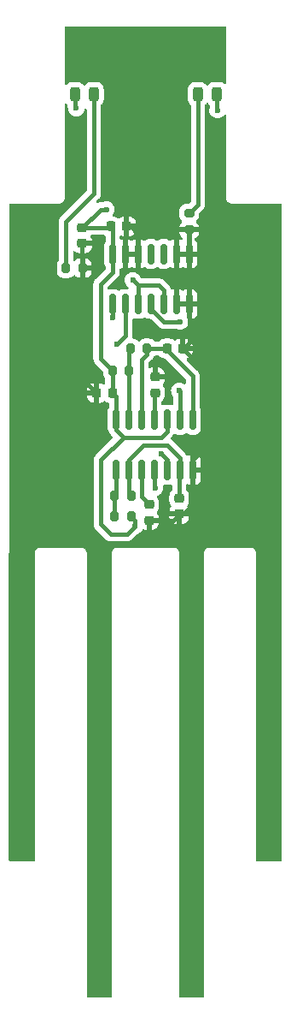
<source format=gbr>
%TF.GenerationSoftware,KiCad,Pcbnew,7.0.11*%
%TF.CreationDate,2025-02-10T21:59:36-08:00*%
%TF.ProjectId,enderman,656e6465-726d-4616-9e2e-6b696361645f,rev?*%
%TF.SameCoordinates,PX6ed1240PY84f1340*%
%TF.FileFunction,Copper,L1,Top*%
%TF.FilePolarity,Positive*%
%FSLAX46Y46*%
G04 Gerber Fmt 4.6, Leading zero omitted, Abs format (unit mm)*
G04 Created by KiCad (PCBNEW 7.0.11) date 2025-02-10 21:59:36*
%MOMM*%
%LPD*%
G01*
G04 APERTURE LIST*
G04 Aperture macros list*
%AMRoundRect*
0 Rectangle with rounded corners*
0 $1 Rounding radius*
0 $2 $3 $4 $5 $6 $7 $8 $9 X,Y pos of 4 corners*
0 Add a 4 corners polygon primitive as box body*
4,1,4,$2,$3,$4,$5,$6,$7,$8,$9,$2,$3,0*
0 Add four circle primitives for the rounded corners*
1,1,$1+$1,$2,$3*
1,1,$1+$1,$4,$5*
1,1,$1+$1,$6,$7*
1,1,$1+$1,$8,$9*
0 Add four rect primitives between the rounded corners*
20,1,$1+$1,$2,$3,$4,$5,0*
20,1,$1+$1,$4,$5,$6,$7,0*
20,1,$1+$1,$6,$7,$8,$9,0*
20,1,$1+$1,$8,$9,$2,$3,0*%
G04 Aperture macros list end*
%TA.AperFunction,SMDPad,CuDef*%
%ADD10RoundRect,0.243750X0.243750X0.456250X-0.243750X0.456250X-0.243750X-0.456250X0.243750X-0.456250X0*%
%TD*%
%TA.AperFunction,SMDPad,CuDef*%
%ADD11RoundRect,0.243750X-0.243750X-0.456250X0.243750X-0.456250X0.243750X0.456250X-0.243750X0.456250X0*%
%TD*%
%TA.AperFunction,SMDPad,CuDef*%
%ADD12RoundRect,0.225000X0.225000X0.250000X-0.225000X0.250000X-0.225000X-0.250000X0.225000X-0.250000X0*%
%TD*%
%TA.AperFunction,SMDPad,CuDef*%
%ADD13RoundRect,0.225000X0.250000X-0.225000X0.250000X0.225000X-0.250000X0.225000X-0.250000X-0.225000X0*%
%TD*%
%TA.AperFunction,SMDPad,CuDef*%
%ADD14RoundRect,0.225000X-0.250000X0.225000X-0.250000X-0.225000X0.250000X-0.225000X0.250000X0.225000X0*%
%TD*%
%TA.AperFunction,SMDPad,CuDef*%
%ADD15RoundRect,0.200000X-0.200000X-0.275000X0.200000X-0.275000X0.200000X0.275000X-0.200000X0.275000X0*%
%TD*%
%TA.AperFunction,SMDPad,CuDef*%
%ADD16RoundRect,0.200000X0.200000X0.275000X-0.200000X0.275000X-0.200000X-0.275000X0.200000X-0.275000X0*%
%TD*%
%TA.AperFunction,SMDPad,CuDef*%
%ADD17RoundRect,0.150000X0.150000X-0.825000X0.150000X0.825000X-0.150000X0.825000X-0.150000X-0.825000X0*%
%TD*%
%TA.AperFunction,SMDPad,CuDef*%
%ADD18RoundRect,0.200000X-0.275000X0.200000X-0.275000X-0.200000X0.275000X-0.200000X0.275000X0.200000X0*%
%TD*%
%TA.AperFunction,SMDPad,CuDef*%
%ADD19RoundRect,0.225000X-0.225000X-0.250000X0.225000X-0.250000X0.225000X0.250000X-0.225000X0.250000X0*%
%TD*%
%TA.AperFunction,ViaPad*%
%ADD20C,0.600000*%
%TD*%
%TA.AperFunction,Conductor*%
%ADD21C,0.400000*%
%TD*%
G04 APERTURE END LIST*
D10*
%TO.P,D2,1,K*%
%TO.N,Net-(D2-K)*%
X29537500Y92200000D03*
%TO.P,D2,2,A*%
%TO.N,Net-(D2-A)*%
X27662500Y92200000D03*
%TD*%
D11*
%TO.P,D1,1,K*%
%TO.N,Net-(D1-K)*%
X15462500Y92200000D03*
%TO.P,D1,2,A*%
%TO.N,Net-(D1-A)*%
X17337500Y92200000D03*
%TD*%
D12*
%TO.P,C7,1*%
%TO.N,GND*%
X20595000Y79117500D03*
%TO.P,C7,2*%
%TO.N,+6V*%
X19045000Y79117500D03*
%TD*%
D13*
%TO.P,C3,1*%
%TO.N,Net-(U2B-CV)*%
X23410000Y62667500D03*
%TO.P,C3,2*%
%TO.N,GND*%
X23410000Y64217500D03*
%TD*%
D14*
%TO.P,C5,1*%
%TO.N,Net-(U2A-THR)*%
X25810000Y52217500D03*
%TO.P,C5,2*%
%TO.N,GND*%
X25810000Y50667500D03*
%TD*%
D15*
%TO.P,R2,1*%
%TO.N,+6V*%
X19185000Y64842500D03*
%TO.P,R2,2*%
%TO.N,Net-(U2B-DIS)*%
X20835000Y64842500D03*
%TD*%
D14*
%TO.P,C4,1*%
%TO.N,Net-(U2A-CV)*%
X22810000Y51617500D03*
%TO.P,C4,2*%
%TO.N,GND*%
X22810000Y50067500D03*
%TD*%
D15*
%TO.P,R4,1*%
%TO.N,Net-(U2A-DIS)*%
X19385000Y52442500D03*
%TO.P,R4,2*%
%TO.N,Net-(U2A-THR)*%
X21035000Y52442500D03*
%TD*%
D16*
%TO.P,R3,1*%
%TO.N,+6V*%
X21035000Y50442500D03*
%TO.P,R3,2*%
%TO.N,Net-(U2A-DIS)*%
X19385000Y50442500D03*
%TD*%
D14*
%TO.P,C1,1*%
%TO.N,+6V*%
X16200000Y78975000D03*
%TO.P,C1,2*%
%TO.N,GND*%
X16200000Y77425000D03*
%TD*%
D15*
%TO.P,R1,1*%
%TO.N,Net-(U2B-DIS)*%
X20985000Y67042500D03*
%TO.P,R1,2*%
%TO.N,Net-(U2B-THR)*%
X22635000Y67042500D03*
%TD*%
D17*
%TO.P,U1,1*%
%TO.N,Net-(U2B-Q)*%
X19200000Y71442500D03*
%TO.P,U1,2*%
%TO.N,Net-(U2A-Q)*%
X20470000Y71442500D03*
%TO.P,U1,3*%
%TO.N,Net-(D1-K)*%
X21740000Y71442500D03*
%TO.P,U1,4*%
%TO.N,Net-(D2-K)*%
X23010000Y71442500D03*
%TO.P,U1,5*%
%TO.N,Net-(D1-K)*%
X24280000Y71442500D03*
%TO.P,U1,6*%
%TO.N,GND*%
X25550000Y71442500D03*
%TO.P,U1,7,Vss*%
X26820000Y71442500D03*
%TO.P,U1,8*%
X26820000Y76392500D03*
%TO.P,U1,9*%
X25550000Y76392500D03*
%TO.P,U1,10*%
%TO.N,unconnected-(U1-Pad10)*%
X24280000Y76392500D03*
%TO.P,U1,11*%
%TO.N,unconnected-(U1-Pad11)*%
X23010000Y76392500D03*
%TO.P,U1,12*%
%TO.N,GND*%
X21740000Y76392500D03*
%TO.P,U1,13*%
X20470000Y76392500D03*
%TO.P,U1,14,Vdd*%
%TO.N,+6V*%
X19200000Y76392500D03*
%TD*%
%TO.P,U2,1,DIS*%
%TO.N,Net-(U2A-DIS)*%
X19530000Y55042500D03*
%TO.P,U2,2,THR*%
%TO.N,Net-(U2A-THR)*%
X20800000Y55042500D03*
%TO.P,U2,3,CV*%
%TO.N,Net-(U2A-CV)*%
X22070000Y55042500D03*
%TO.P,U2,4,R*%
%TO.N,+6V*%
X23340000Y55042500D03*
%TO.P,U2,5,Q*%
%TO.N,Net-(U2A-Q)*%
X24610000Y55042500D03*
%TO.P,U2,6,TR*%
%TO.N,Net-(U2A-THR)*%
X25880000Y55042500D03*
%TO.P,U2,7,GND*%
%TO.N,GND*%
X27150000Y55042500D03*
%TO.P,U2,8,TR*%
%TO.N,Net-(U2B-THR)*%
X27150000Y59992500D03*
%TO.P,U2,9,Q*%
%TO.N,Net-(U2B-Q)*%
X25880000Y59992500D03*
%TO.P,U2,10,R*%
%TO.N,+6V*%
X24610000Y59992500D03*
%TO.P,U2,11,CV*%
%TO.N,Net-(U2B-CV)*%
X23340000Y59992500D03*
%TO.P,U2,12,THR*%
%TO.N,Net-(U2B-THR)*%
X22070000Y59992500D03*
%TO.P,U2,13,DIS*%
%TO.N,Net-(U2B-DIS)*%
X20800000Y59992500D03*
%TO.P,U2,14,VCC*%
%TO.N,+6V*%
X19530000Y59992500D03*
%TD*%
D15*
%TO.P,R5,1*%
%TO.N,Net-(D1-A)*%
X14575000Y75000000D03*
%TO.P,R5,2*%
%TO.N,GND*%
X16225000Y75000000D03*
%TD*%
D18*
%TO.P,R6,1*%
%TO.N,Net-(D2-A)*%
X26800000Y80425000D03*
%TO.P,R6,2*%
%TO.N,GND*%
X26800000Y78775000D03*
%TD*%
D19*
%TO.P,C6,1*%
%TO.N,GND*%
X17635000Y62642500D03*
%TO.P,C6,2*%
%TO.N,+6V*%
X19185000Y62642500D03*
%TD*%
%TO.P,C2,1*%
%TO.N,Net-(U2B-THR)*%
X24635000Y67042500D03*
%TO.P,C2,2*%
%TO.N,GND*%
X26185000Y67042500D03*
%TD*%
D20*
%TO.N,Net-(D2-K)*%
X29600000Y90600000D03*
%TO.N,Net-(D1-K)*%
X15600000Y90800000D03*
%TO.N,GND*%
X26400000Y48000000D03*
X25800000Y64200000D03*
X28410000Y64200000D03*
X22810000Y49010000D03*
X17600000Y61200000D03*
%TO.N,+6V*%
X21410000Y49467500D03*
X18600000Y80800000D03*
X23410000Y53267500D03*
%TO.N,Net-(D1-K)*%
X21200000Y73800000D03*
%TO.N,Net-(D2-K)*%
X25900000Y69700000D03*
%TO.N,Net-(U2B-Q)*%
X19210000Y70067500D03*
X25810000Y62867500D03*
%TO.N,Net-(U2A-Q)*%
X19610000Y67467500D03*
X24010000Y56667500D03*
%TD*%
D21*
%TO.N,Net-(D2-K)*%
X29537500Y90662500D02*
X29600000Y90600000D01*
X29537500Y92200000D02*
X29537500Y90662500D01*
%TO.N,Net-(D2-A)*%
X26800000Y80425000D02*
X27662500Y81287500D01*
X27662500Y81287500D02*
X27662500Y92200000D01*
%TO.N,Net-(D1-K)*%
X15462500Y92200000D02*
X15462500Y90937500D01*
X15462500Y90937500D02*
X15600000Y90800000D01*
%TO.N,Net-(D1-A)*%
X14575000Y75000000D02*
X14575000Y79600000D01*
X14575000Y79600000D02*
X17337500Y82362500D01*
X17337500Y82362500D02*
X17337500Y92200000D01*
%TO.N,GND*%
X28410000Y64817500D02*
X26185000Y67042500D01*
X17635000Y62642500D02*
X16200000Y64077500D01*
X27150000Y56007500D02*
X27150000Y55042500D01*
X25800000Y64200000D02*
X25782500Y64217500D01*
X16200000Y64077500D02*
X16200000Y77425000D01*
X25782500Y64217500D02*
X23410000Y64217500D01*
X22810000Y50067500D02*
X25210000Y50067500D01*
X28410000Y57267500D02*
X27150000Y56007500D01*
X17600000Y61200000D02*
X17600000Y62607500D01*
X22810000Y49010000D02*
X22810000Y50067500D01*
X25550000Y76392500D02*
X25550000Y71442500D01*
X28410000Y64200000D02*
X28410000Y57267500D01*
X25550000Y71442500D02*
X26820000Y71442500D01*
X21740000Y78337500D02*
X20960000Y79117500D01*
X22810000Y49010000D02*
X23820000Y48000000D01*
X20470000Y78992500D02*
X20595000Y79117500D01*
X26820000Y76392500D02*
X26820000Y71442500D01*
X17600000Y62607500D02*
X17635000Y62642500D01*
X20960000Y79117500D02*
X20595000Y79117500D01*
X25210000Y50067500D02*
X25810000Y50667500D01*
X25550000Y76392500D02*
X26820000Y76392500D01*
X26820000Y67677500D02*
X26185000Y67042500D01*
X25810000Y50667500D02*
X26210000Y50667500D01*
X20470000Y76392500D02*
X20470000Y78992500D01*
X28410000Y64200000D02*
X28410000Y64817500D01*
X26210000Y50667500D02*
X27150000Y51607500D01*
X21740000Y76392500D02*
X21740000Y78337500D01*
X27150000Y51607500D02*
X27150000Y55042500D01*
X26820000Y71442500D02*
X26820000Y67677500D01*
X23820000Y48000000D02*
X26400000Y48000000D01*
%TO.N,+6V*%
X24010000Y58267500D02*
X20280001Y58267500D01*
X21410000Y50067500D02*
X21035000Y50442500D01*
X23340000Y55042500D02*
X23340000Y53337500D01*
X21410000Y49467500D02*
X21410000Y50067500D01*
X19200000Y78962500D02*
X19045000Y79117500D01*
X18000000Y66027500D02*
X19185000Y64842500D01*
X19530000Y62297500D02*
X19185000Y62642500D01*
X19185000Y62642500D02*
X19185000Y64842500D01*
X20610000Y48667500D02*
X19010000Y48667500D01*
X18010000Y49667500D02*
X18010000Y55997499D01*
X19200000Y74600000D02*
X18000000Y73400000D01*
X18600000Y80800000D02*
X18000000Y80800000D01*
X24610000Y58867500D02*
X24010000Y58267500D01*
X18010000Y55997499D02*
X20280001Y58267500D01*
X19010000Y48667500D02*
X18010000Y49667500D01*
X19200000Y76392500D02*
X19200000Y74600000D01*
X23340000Y53337500D02*
X23410000Y53267500D01*
X20280001Y58267500D02*
X19530000Y59017501D01*
X18000000Y80800000D02*
X16200000Y79000000D01*
X21410000Y49467500D02*
X20610000Y48667500D01*
X19530000Y59992500D02*
X19530000Y62297500D01*
X19200000Y76392500D02*
X19200000Y78962500D01*
X19530000Y59017501D02*
X19530000Y59992500D01*
X18000000Y73400000D02*
X18000000Y66027500D01*
X18902500Y78975000D02*
X19045000Y79117500D01*
X16200000Y78975000D02*
X18902500Y78975000D01*
X24610000Y59992500D02*
X24610000Y58867500D01*
%TO.N,Net-(U2B-THR)*%
X24635000Y66842500D02*
X27150000Y64327500D01*
X24635000Y67042500D02*
X24635000Y66842500D01*
X22070000Y59992500D02*
X22070000Y65927500D01*
X27150000Y64327500D02*
X27150000Y59992500D01*
X22070000Y65927500D02*
X22635000Y66492500D01*
X22635000Y67042500D02*
X24635000Y67042500D01*
X22635000Y66492500D02*
X22635000Y67042500D01*
%TO.N,Net-(U2B-CV)*%
X23340000Y59992500D02*
X23340000Y62597500D01*
X23340000Y62597500D02*
X23410000Y62667500D01*
%TO.N,Net-(U2A-CV)*%
X22810000Y51617500D02*
X22070000Y52357500D01*
X22070000Y52357500D02*
X22070000Y55042500D01*
%TO.N,Net-(U2A-THR)*%
X25880000Y55042500D02*
X25880000Y56197500D01*
X22250001Y57467500D02*
X20800000Y56017499D01*
X25810000Y52217500D02*
X25810000Y54972500D01*
X20800000Y56017499D02*
X20800000Y55042500D01*
X20800000Y55042500D02*
X20800000Y52677500D01*
X24610000Y57467500D02*
X22250001Y57467500D01*
X25880000Y56197500D02*
X24610000Y57467500D01*
X25810000Y54972500D02*
X25880000Y55042500D01*
X20800000Y52677500D02*
X21035000Y52442500D01*
%TO.N,Net-(D1-K)*%
X23810000Y73267500D02*
X24280000Y72797500D01*
X21200000Y73800000D02*
X21732500Y73267500D01*
X24280000Y72797500D02*
X24280000Y71442500D01*
X21740000Y73260000D02*
X21732500Y73267500D01*
X21732500Y73267500D02*
X22210000Y73267500D01*
X22210000Y73267500D02*
X23810000Y73267500D01*
X21740000Y71442500D02*
X21740000Y73260000D01*
%TO.N,Net-(D2-K)*%
X24265526Y69700000D02*
X23010000Y70955526D01*
X25900000Y69700000D02*
X24265526Y69700000D01*
X23010000Y70955526D02*
X23010000Y71442500D01*
%TO.N,Net-(U2B-DIS)*%
X20800000Y64807500D02*
X20835000Y64842500D01*
X20835000Y66892500D02*
X20985000Y67042500D01*
X20800000Y59992500D02*
X20800000Y64807500D01*
X20835000Y64842500D02*
X20835000Y66892500D01*
%TO.N,Net-(U2A-DIS)*%
X19530000Y55042500D02*
X19530000Y52587500D01*
X19385000Y52442500D02*
X19385000Y50442500D01*
X19530000Y52587500D02*
X19385000Y52442500D01*
%TO.N,Net-(U2B-Q)*%
X19200000Y71442500D02*
X19200000Y70077500D01*
X25880000Y62797500D02*
X25880000Y59992500D01*
X25810000Y62867500D02*
X25880000Y62797500D01*
X19200000Y70077500D02*
X19210000Y70067500D01*
%TO.N,Net-(U2A-Q)*%
X24610000Y56067500D02*
X24010000Y56667500D01*
X20470000Y71442500D02*
X20470000Y68327500D01*
X20470000Y68327500D02*
X19610000Y67467500D01*
X24610000Y55042500D02*
X24610000Y56067500D01*
%TD*%
%TA.AperFunction,Conductor*%
%TO.N,GND*%
G36*
X30432770Y98872003D02*
G01*
X30478525Y98819199D01*
X30489731Y98767688D01*
X30489731Y93299660D01*
X30470046Y93232621D01*
X30417242Y93186866D01*
X30348084Y93176922D01*
X30284528Y93205947D01*
X30278050Y93211979D01*
X30246003Y93244026D01*
X30245999Y93244029D01*
X30097933Y93335358D01*
X30097927Y93335361D01*
X30097925Y93335362D01*
X30097922Y93335363D01*
X29932776Y93390087D01*
X29830855Y93400500D01*
X29830848Y93400500D01*
X29244152Y93400500D01*
X29244144Y93400500D01*
X29142223Y93390087D01*
X28977077Y93335363D01*
X28977066Y93335358D01*
X28829000Y93244029D01*
X28828996Y93244026D01*
X28705974Y93121004D01*
X28705971Y93121000D01*
X28705538Y93120297D01*
X28705114Y93119917D01*
X28701493Y93115336D01*
X28700710Y93115955D01*
X28653590Y93073572D01*
X28584628Y93062351D01*
X28520546Y93090194D01*
X28498657Y93115456D01*
X28498507Y93115336D01*
X28495859Y93118685D01*
X28494462Y93120297D01*
X28494028Y93121000D01*
X28494025Y93121004D01*
X28371003Y93244026D01*
X28370999Y93244029D01*
X28222933Y93335358D01*
X28222927Y93335361D01*
X28222925Y93335362D01*
X28222922Y93335363D01*
X28057776Y93390087D01*
X27955855Y93400500D01*
X27955848Y93400500D01*
X27369152Y93400500D01*
X27369144Y93400500D01*
X27267223Y93390087D01*
X27102077Y93335363D01*
X27102066Y93335358D01*
X26954000Y93244029D01*
X26953996Y93244026D01*
X26830974Y93121004D01*
X26830971Y93121000D01*
X26739642Y92972934D01*
X26739637Y92972923D01*
X26684913Y92807777D01*
X26674500Y92705856D01*
X26674500Y91694145D01*
X26684913Y91592224D01*
X26739637Y91427078D01*
X26739642Y91427067D01*
X26830971Y91279001D01*
X26830974Y91278997D01*
X26925681Y91184290D01*
X26959166Y91122967D01*
X26962000Y91096609D01*
X26962000Y81629019D01*
X26942315Y81561980D01*
X26925681Y81541338D01*
X26746162Y81361819D01*
X26684839Y81328334D01*
X26658481Y81325500D01*
X26468384Y81325500D01*
X26449145Y81323752D01*
X26397807Y81319087D01*
X26235393Y81268478D01*
X26089811Y81180470D01*
X25969530Y81060189D01*
X25881522Y80914607D01*
X25830913Y80752193D01*
X25824500Y80681614D01*
X25824500Y80168387D01*
X25830913Y80097808D01*
X25830913Y80097806D01*
X25830914Y80097804D01*
X25872277Y79965062D01*
X25881522Y79935394D01*
X25969530Y79789812D01*
X26072015Y79687327D01*
X26105500Y79626004D01*
X26100516Y79556312D01*
X26072015Y79511965D01*
X25969928Y79409879D01*
X25969927Y79409878D01*
X25881980Y79264396D01*
X25831409Y79102107D01*
X25825000Y79031573D01*
X25825000Y79025000D01*
X27774999Y79025000D01*
X27774999Y79031583D01*
X27768591Y79102103D01*
X27768590Y79102108D01*
X27718018Y79264397D01*
X27630072Y79409878D01*
X27527984Y79511966D01*
X27494499Y79573289D01*
X27499483Y79642981D01*
X27527983Y79687327D01*
X27630472Y79789815D01*
X27718478Y79935394D01*
X27769086Y80097804D01*
X27775500Y80168384D01*
X27775500Y80358482D01*
X27795185Y80425521D01*
X27811815Y80446159D01*
X28140231Y80774576D01*
X28145651Y80779678D01*
X28190683Y80819571D01*
X28224866Y80869096D01*
X28229275Y80875087D01*
X28266378Y80922443D01*
X28270537Y80931685D01*
X28281562Y80951232D01*
X28287318Y80959570D01*
X28294782Y80979250D01*
X28308646Y81015810D01*
X28311502Y81022709D01*
X28336194Y81077568D01*
X28338020Y81087535D01*
X28344048Y81109160D01*
X28347640Y81118628D01*
X28354889Y81178331D01*
X28356016Y81185738D01*
X28366857Y81244894D01*
X28363226Y81304923D01*
X28363000Y81312410D01*
X28363000Y91096609D01*
X28382685Y91163648D01*
X28399319Y91184290D01*
X28494026Y91278997D01*
X28494458Y91279699D01*
X28494881Y91280079D01*
X28498507Y91284664D01*
X28499290Y91284045D01*
X28546402Y91326425D01*
X28615364Y91337651D01*
X28679448Y91309812D01*
X28701342Y91284545D01*
X28701493Y91284664D01*
X28704143Y91281313D01*
X28705540Y91279701D01*
X28705972Y91279001D01*
X28705975Y91278996D01*
X28800681Y91184290D01*
X28834166Y91122967D01*
X28837000Y91096609D01*
X28837000Y90864249D01*
X28830042Y90823295D01*
X28814631Y90779253D01*
X28794435Y90600004D01*
X28794435Y90599997D01*
X28814630Y90420751D01*
X28814631Y90420746D01*
X28874211Y90250477D01*
X28958003Y90117124D01*
X28970184Y90097738D01*
X29097738Y89970184D01*
X29250478Y89874211D01*
X29420745Y89814632D01*
X29420750Y89814631D01*
X29599996Y89794435D01*
X29600000Y89794435D01*
X29600004Y89794435D01*
X29779249Y89814631D01*
X29779252Y89814632D01*
X29779255Y89814632D01*
X29949522Y89874211D01*
X30102262Y89970184D01*
X30229816Y90097738D01*
X30260737Y90146950D01*
X30313072Y90193240D01*
X30382125Y90203888D01*
X30445974Y90175513D01*
X30484346Y90117124D01*
X30489731Y90080977D01*
X30489731Y81820225D01*
X30497421Y81794034D01*
X30501178Y81776765D01*
X30505066Y81749731D01*
X30516400Y81724912D01*
X30516404Y81724905D01*
X30522586Y81708330D01*
X30530277Y81682137D01*
X30530278Y81682135D01*
X30545037Y81659169D01*
X30553513Y81643647D01*
X30564854Y81618815D01*
X30576335Y81605565D01*
X30582727Y81598188D01*
X30593326Y81584028D01*
X30608084Y81561065D01*
X30608088Y81561060D01*
X30628719Y81543182D01*
X30641223Y81530678D01*
X30659101Y81510047D01*
X30659103Y81510045D01*
X30682075Y81495283D01*
X30696227Y81484688D01*
X30716858Y81466811D01*
X30740130Y81456183D01*
X30741682Y81455474D01*
X30757209Y81446996D01*
X30780178Y81432235D01*
X30806367Y81424545D01*
X30822944Y81418362D01*
X30847769Y81407025D01*
X30847770Y81407025D01*
X30847774Y81407023D01*
X30874774Y81403141D01*
X30874795Y81403138D01*
X30892077Y81399379D01*
X30918270Y81391688D01*
X30954432Y81391688D01*
X35865731Y81391688D01*
X35932770Y81372003D01*
X35978525Y81319199D01*
X35989731Y81267688D01*
X35989731Y46857338D01*
X35994708Y46840388D01*
X35999731Y46805452D01*
X35999731Y16473724D01*
X35980046Y16406685D01*
X35927242Y16360930D01*
X35875731Y16349724D01*
X33544651Y16349724D01*
X33477612Y16369409D01*
X33431857Y16422213D01*
X33420651Y16473724D01*
X33420651Y46901649D01*
X33420650Y46901654D01*
X33412959Y46927846D01*
X33409201Y46945124D01*
X33405316Y46972142D01*
X33405316Y46972144D01*
X33405316Y46972145D01*
X33401832Y46979774D01*
X33393977Y46996975D01*
X33387794Y47013552D01*
X33380104Y47039740D01*
X33380104Y47039742D01*
X33365343Y47062710D01*
X33356865Y47078237D01*
X33356156Y47079789D01*
X33345528Y47103061D01*
X33327651Y47123692D01*
X33317054Y47137848D01*
X33302294Y47160816D01*
X33302293Y47160817D01*
X33281661Y47178696D01*
X33269157Y47191200D01*
X33251279Y47211831D01*
X33251274Y47211835D01*
X33228311Y47226593D01*
X33214151Y47237192D01*
X33207158Y47243251D01*
X33193524Y47255065D01*
X33168692Y47266406D01*
X33153170Y47274882D01*
X33153168Y47274883D01*
X33130204Y47289641D01*
X33130202Y47289642D01*
X33104009Y47297333D01*
X33087439Y47303514D01*
X33062608Y47314853D01*
X33035574Y47318741D01*
X33018305Y47322498D01*
X32992114Y47330188D01*
X32992112Y47330188D01*
X32955950Y47330188D01*
X28865160Y47330188D01*
X28721238Y47330188D01*
X28721235Y47330188D01*
X28721233Y47330187D01*
X28695041Y47322498D01*
X28677767Y47318740D01*
X28650743Y47314854D01*
X28650740Y47314853D01*
X28625909Y47303513D01*
X28609340Y47297333D01*
X28596370Y47293525D01*
X28583146Y47289641D01*
X28583144Y47289641D01*
X28583144Y47289640D01*
X28560181Y47274883D01*
X28544660Y47266408D01*
X28519827Y47255067D01*
X28519824Y47255065D01*
X28499199Y47237193D01*
X28485039Y47226593D01*
X28462075Y47211835D01*
X28462070Y47211831D01*
X28444192Y47191199D01*
X28431688Y47178695D01*
X28411056Y47160817D01*
X28411052Y47160812D01*
X28396294Y47137848D01*
X28385694Y47123688D01*
X28367822Y47103063D01*
X28367820Y47103060D01*
X28356479Y47078227D01*
X28348004Y47062706D01*
X28333247Y47039743D01*
X28325554Y47013547D01*
X28319374Y46996978D01*
X28308034Y46972147D01*
X28308033Y46972144D01*
X28304147Y46945120D01*
X28300389Y46927846D01*
X28292700Y46901654D01*
X28292699Y46901646D01*
X28292699Y2991294D01*
X28273014Y2924255D01*
X28220210Y2878500D01*
X28168699Y2867294D01*
X25917699Y2867294D01*
X25850660Y2886979D01*
X25804905Y2939783D01*
X25793699Y2991294D01*
X25793699Y46901649D01*
X25793698Y46901654D01*
X25786007Y46927846D01*
X25782249Y46945124D01*
X25778364Y46972142D01*
X25778364Y46972144D01*
X25778364Y46972145D01*
X25774880Y46979774D01*
X25767025Y46996975D01*
X25760842Y47013552D01*
X25753152Y47039740D01*
X25753152Y47039742D01*
X25738391Y47062710D01*
X25729913Y47078237D01*
X25729204Y47079789D01*
X25718576Y47103061D01*
X25700699Y47123692D01*
X25690102Y47137848D01*
X25675342Y47160816D01*
X25675341Y47160817D01*
X25654709Y47178696D01*
X25642205Y47191200D01*
X25624327Y47211831D01*
X25624322Y47211835D01*
X25601359Y47226593D01*
X25587199Y47237192D01*
X25580206Y47243251D01*
X25566572Y47255065D01*
X25541740Y47266406D01*
X25526218Y47274882D01*
X25526216Y47274883D01*
X25503252Y47289641D01*
X25503250Y47289642D01*
X25477057Y47297333D01*
X25460487Y47303514D01*
X25435656Y47314853D01*
X25408622Y47318741D01*
X25391353Y47322498D01*
X25365162Y47330188D01*
X25365160Y47330188D01*
X25328998Y47330188D01*
X19699144Y47330188D01*
X19555222Y47330188D01*
X19555219Y47330188D01*
X19555217Y47330187D01*
X19529025Y47322498D01*
X19511751Y47318740D01*
X19484727Y47314854D01*
X19484724Y47314853D01*
X19459893Y47303513D01*
X19443324Y47297333D01*
X19430354Y47293525D01*
X19417130Y47289641D01*
X19417128Y47289641D01*
X19417128Y47289640D01*
X19394165Y47274883D01*
X19378644Y47266408D01*
X19353811Y47255067D01*
X19353808Y47255065D01*
X19333183Y47237193D01*
X19319023Y47226593D01*
X19296059Y47211835D01*
X19296054Y47211831D01*
X19278176Y47191199D01*
X19265672Y47178695D01*
X19245040Y47160817D01*
X19245036Y47160812D01*
X19230278Y47137848D01*
X19219678Y47123688D01*
X19201806Y47103063D01*
X19201804Y47103060D01*
X19190463Y47078227D01*
X19181988Y47062706D01*
X19167231Y47039743D01*
X19159538Y47013547D01*
X19153358Y46996978D01*
X19142018Y46972147D01*
X19142017Y46972144D01*
X19138131Y46945120D01*
X19134373Y46927846D01*
X19126684Y46901654D01*
X19126683Y46901646D01*
X19126683Y2977624D01*
X19106998Y2910585D01*
X19054194Y2864830D01*
X19002683Y2853624D01*
X16751683Y2853624D01*
X16684644Y2873309D01*
X16638889Y2926113D01*
X16627683Y2977624D01*
X16627683Y46901649D01*
X16627682Y46901654D01*
X16619991Y46927846D01*
X16616233Y46945124D01*
X16612348Y46972142D01*
X16612348Y46972144D01*
X16612348Y46972145D01*
X16608864Y46979774D01*
X16601009Y46996975D01*
X16594826Y47013552D01*
X16587136Y47039740D01*
X16587136Y47039742D01*
X16572375Y47062710D01*
X16563897Y47078237D01*
X16563188Y47079789D01*
X16552560Y47103061D01*
X16534683Y47123692D01*
X16524086Y47137848D01*
X16509326Y47160816D01*
X16509325Y47160817D01*
X16488693Y47178696D01*
X16476189Y47191200D01*
X16458311Y47211831D01*
X16458306Y47211835D01*
X16435343Y47226593D01*
X16421183Y47237192D01*
X16414190Y47243251D01*
X16400556Y47255065D01*
X16375724Y47266406D01*
X16360202Y47274882D01*
X16360200Y47274883D01*
X16337236Y47289641D01*
X16337234Y47289642D01*
X16311041Y47297333D01*
X16294471Y47303514D01*
X16269640Y47314853D01*
X16242606Y47318741D01*
X16225337Y47322498D01*
X16199146Y47330188D01*
X16199144Y47330188D01*
X16162982Y47330188D01*
X12071961Y47330188D01*
X11928039Y47330188D01*
X11928036Y47330188D01*
X11928034Y47330187D01*
X11901842Y47322498D01*
X11884568Y47318740D01*
X11857544Y47314854D01*
X11857541Y47314853D01*
X11832710Y47303513D01*
X11816141Y47297333D01*
X11803171Y47293525D01*
X11789947Y47289641D01*
X11789945Y47289641D01*
X11789945Y47289640D01*
X11766982Y47274883D01*
X11751461Y47266408D01*
X11726628Y47255067D01*
X11726625Y47255065D01*
X11706000Y47237193D01*
X11691840Y47226593D01*
X11668876Y47211835D01*
X11668871Y47211831D01*
X11650993Y47191199D01*
X11638489Y47178695D01*
X11617857Y47160817D01*
X11617853Y47160812D01*
X11603095Y47137848D01*
X11592495Y47123688D01*
X11574623Y47103063D01*
X11574621Y47103060D01*
X11563280Y47078227D01*
X11554805Y47062706D01*
X11540048Y47039743D01*
X11532355Y47013547D01*
X11526175Y46996978D01*
X11514835Y46972147D01*
X11514834Y46972144D01*
X11510948Y46945120D01*
X11507190Y46927846D01*
X11499501Y46901654D01*
X11499500Y46901646D01*
X11499500Y16450284D01*
X11479815Y16383245D01*
X11427011Y16337490D01*
X11375500Y16326284D01*
X9044422Y16326284D01*
X8977383Y16345969D01*
X8931628Y16398773D01*
X8920422Y16450284D01*
X8920422Y46784648D01*
X8925445Y46819584D01*
X8926531Y46823280D01*
X8930222Y46835852D01*
X8930222Y46979774D01*
X8930222Y62392500D01*
X16685001Y62392500D01*
X16685001Y62344178D01*
X16695144Y62244893D01*
X16748452Y62084019D01*
X16748457Y62084008D01*
X16837424Y61939772D01*
X16837427Y61939768D01*
X16957267Y61819928D01*
X16957271Y61819925D01*
X17101507Y61730958D01*
X17101518Y61730953D01*
X17262393Y61677645D01*
X17361683Y61667501D01*
X17385000Y61667502D01*
X17385000Y62392500D01*
X16685001Y62392500D01*
X8930222Y62392500D01*
X8930222Y62892500D01*
X16685000Y62892500D01*
X17385000Y62892500D01*
X17385000Y63617501D01*
X17361693Y63617500D01*
X17361674Y63617499D01*
X17262392Y63607356D01*
X17101518Y63554048D01*
X17101507Y63554043D01*
X16957271Y63465076D01*
X16957267Y63465073D01*
X16837427Y63345233D01*
X16837424Y63345229D01*
X16748457Y63200993D01*
X16748452Y63200982D01*
X16695144Y63040107D01*
X16685000Y62940823D01*
X16685000Y62892500D01*
X8930222Y62892500D01*
X8930222Y81267688D01*
X8949907Y81334727D01*
X9002711Y81380482D01*
X9054222Y81391688D01*
X13999730Y81391688D01*
X13999731Y81391688D01*
X14025928Y81399381D01*
X14043193Y81403137D01*
X14070226Y81407023D01*
X14095056Y81418364D01*
X14111624Y81424544D01*
X14137823Y81432235D01*
X14160793Y81446998D01*
X14176304Y81455469D01*
X14201142Y81466811D01*
X14221772Y81484688D01*
X14235923Y81495282D01*
X14258898Y81510046D01*
X14276775Y81530678D01*
X14289281Y81543185D01*
X14309912Y81561060D01*
X14324676Y81584035D01*
X14335262Y81598177D01*
X14353147Y81618816D01*
X14364486Y81643645D01*
X14372967Y81659177D01*
X14376793Y81665130D01*
X14387722Y81682135D01*
X14395413Y81708332D01*
X14401594Y81724903D01*
X14412934Y81749732D01*
X14416820Y81776765D01*
X14420577Y81794034D01*
X14428269Y81820227D01*
X14428269Y81964149D01*
X14428269Y81988586D01*
X14428267Y81988707D01*
X14428250Y91182361D01*
X14447934Y91249398D01*
X14500738Y91295153D01*
X14569897Y91305097D01*
X14633453Y91276072D01*
X14639931Y91270040D01*
X14725681Y91184290D01*
X14759166Y91122967D01*
X14762000Y91096609D01*
X14762000Y90962422D01*
X14761774Y90954934D01*
X14758142Y90894897D01*
X14758142Y90894895D01*
X14768983Y90835730D01*
X14770110Y90828329D01*
X14777359Y90768629D01*
X14777360Y90768626D01*
X14780951Y90759157D01*
X14786974Y90737554D01*
X14788804Y90727571D01*
X14788804Y90727570D01*
X14788805Y90727568D01*
X14799231Y90704402D01*
X14809375Y90667396D01*
X14814630Y90620751D01*
X14874210Y90450479D01*
X14970184Y90297738D01*
X15097738Y90170184D01*
X15250478Y90074211D01*
X15420745Y90014632D01*
X15420750Y90014631D01*
X15599996Y89994435D01*
X15600000Y89994435D01*
X15600004Y89994435D01*
X15779249Y90014631D01*
X15779252Y90014632D01*
X15779255Y90014632D01*
X15949522Y90074211D01*
X16102262Y90170184D01*
X16229816Y90297738D01*
X16325789Y90450478D01*
X16385368Y90620745D01*
X16385369Y90620751D01*
X16389780Y90659898D01*
X16416846Y90724312D01*
X16474441Y90763867D01*
X16544278Y90766005D01*
X16604184Y90730047D01*
X16635140Y90667409D01*
X16637000Y90646015D01*
X16637000Y82704020D01*
X16617315Y82636981D01*
X16600681Y82616339D01*
X14097290Y80112949D01*
X14091838Y80107817D01*
X14046819Y80067932D01*
X14012649Y80018431D01*
X14008213Y80012403D01*
X13971124Y79965062D01*
X13971119Y79965052D01*
X13966960Y79955812D01*
X13955942Y79936277D01*
X13950187Y79927939D01*
X13950179Y79927924D01*
X13928853Y79871695D01*
X13925989Y79864780D01*
X13901305Y79809932D01*
X13899477Y79799958D01*
X13893453Y79778347D01*
X13889860Y79768873D01*
X13889860Y79768872D01*
X13882610Y79709173D01*
X13881483Y79701773D01*
X13870642Y79642611D01*
X13870642Y79642605D01*
X13874274Y79582568D01*
X13874500Y79575080D01*
X13874500Y75816520D01*
X13854815Y75749481D01*
X13838181Y75728839D01*
X13819531Y75710190D01*
X13819530Y75710189D01*
X13731522Y75564607D01*
X13680913Y75402193D01*
X13674500Y75331614D01*
X13674500Y74668387D01*
X13680913Y74597808D01*
X13680913Y74597806D01*
X13680914Y74597804D01*
X13731522Y74435394D01*
X13813058Y74300517D01*
X13819530Y74289812D01*
X13939811Y74169531D01*
X13939813Y74169530D01*
X13939815Y74169528D01*
X14085394Y74081522D01*
X14247804Y74030914D01*
X14318384Y74024500D01*
X14318387Y74024500D01*
X14831613Y74024500D01*
X14831616Y74024500D01*
X14902196Y74030914D01*
X15064606Y74081522D01*
X15210185Y74169528D01*
X15312673Y74272017D01*
X15373994Y74305501D01*
X15443685Y74300517D01*
X15488034Y74272016D01*
X15590122Y74169928D01*
X15735604Y74081981D01*
X15735603Y74081981D01*
X15897894Y74031410D01*
X15897893Y74031410D01*
X15968408Y74025002D01*
X15968426Y74025001D01*
X15974999Y74025002D01*
X15975000Y74025002D01*
X15975000Y74750000D01*
X16475000Y74750000D01*
X16475000Y74025001D01*
X16481581Y74025001D01*
X16552102Y74031409D01*
X16552107Y74031410D01*
X16714396Y74081982D01*
X16859877Y74169928D01*
X16980072Y74290123D01*
X17068019Y74435605D01*
X17118590Y74597894D01*
X17125000Y74668428D01*
X17125000Y74750000D01*
X16475000Y74750000D01*
X15975000Y74750000D01*
X15975000Y75975000D01*
X16475000Y75975000D01*
X16475000Y75250000D01*
X17124999Y75250000D01*
X17124999Y75331583D01*
X17118591Y75402103D01*
X17118590Y75402108D01*
X17068018Y75564397D01*
X16980072Y75709878D01*
X16859877Y75830073D01*
X16714395Y75918020D01*
X16714396Y75918020D01*
X16552105Y75968591D01*
X16552106Y75968591D01*
X16481572Y75975000D01*
X16475000Y75975000D01*
X15975000Y75975000D01*
X15974999Y75975001D01*
X15968436Y75975000D01*
X15968417Y75974999D01*
X15897897Y75968592D01*
X15897892Y75968591D01*
X15735603Y75918019D01*
X15590124Y75830074D01*
X15488034Y75727984D01*
X15426711Y75694500D01*
X15357019Y75699484D01*
X15312622Y75728035D01*
X15311767Y75728890D01*
X15278318Y75790233D01*
X15275500Y75816520D01*
X15275500Y76549833D01*
X15295185Y76616872D01*
X15347989Y76662627D01*
X15417147Y76672571D01*
X15480703Y76643546D01*
X15487181Y76637514D01*
X15497267Y76627428D01*
X15497271Y76627425D01*
X15641507Y76538458D01*
X15641518Y76538453D01*
X15802393Y76485145D01*
X15901683Y76475001D01*
X15949999Y76475002D01*
X15950000Y76475002D01*
X15950000Y77175000D01*
X16450000Y77175000D01*
X16450000Y76475001D01*
X16498308Y76475001D01*
X16498322Y76475002D01*
X16597607Y76485145D01*
X16758481Y76538453D01*
X16758492Y76538458D01*
X16902728Y76627425D01*
X16902732Y76627428D01*
X17022572Y76747268D01*
X17022575Y76747272D01*
X17111542Y76891508D01*
X17111547Y76891519D01*
X17164855Y77052394D01*
X17174999Y77151678D01*
X17175000Y77151691D01*
X17175000Y77175000D01*
X16450000Y77175000D01*
X15950000Y77175000D01*
X15950000Y77551000D01*
X15969685Y77618039D01*
X16022489Y77663794D01*
X16074000Y77675000D01*
X17174999Y77675000D01*
X17174999Y77698308D01*
X17174998Y77698323D01*
X17164855Y77797608D01*
X17111547Y77958482D01*
X17111542Y77958493D01*
X17033262Y78085403D01*
X17014821Y78152795D01*
X17035743Y78219458D01*
X17089385Y78264228D01*
X17138800Y78274500D01*
X18364266Y78274500D01*
X18429362Y78256039D01*
X18440596Y78249110D01*
X18487321Y78197163D01*
X18499500Y78143571D01*
X18499500Y77598470D01*
X18482232Y77535350D01*
X18448257Y77477901D01*
X18448254Y77477894D01*
X18402402Y77320074D01*
X18402401Y77320068D01*
X18399500Y77283202D01*
X18399500Y75501799D01*
X18402401Y75464933D01*
X18402402Y75464927D01*
X18448254Y75307107D01*
X18448255Y75307104D01*
X18482232Y75249652D01*
X18499500Y75186531D01*
X18499500Y74941520D01*
X18479815Y74874481D01*
X18463181Y74853839D01*
X17522290Y73912949D01*
X17516838Y73907817D01*
X17471819Y73867932D01*
X17437649Y73818431D01*
X17433213Y73812403D01*
X17396124Y73765062D01*
X17396119Y73765052D01*
X17391960Y73755812D01*
X17380942Y73736277D01*
X17375187Y73727939D01*
X17375179Y73727924D01*
X17353853Y73671695D01*
X17350989Y73664780D01*
X17326305Y73609932D01*
X17324477Y73599958D01*
X17318453Y73578347D01*
X17314860Y73568873D01*
X17314860Y73568872D01*
X17307610Y73509173D01*
X17306483Y73501773D01*
X17295642Y73442611D01*
X17295642Y73442605D01*
X17299274Y73382568D01*
X17299500Y73375080D01*
X17299500Y66052422D01*
X17299274Y66044934D01*
X17295642Y65984894D01*
X17296134Y65982209D01*
X17306483Y65925730D01*
X17307610Y65918329D01*
X17314859Y65858629D01*
X17314860Y65858626D01*
X17318451Y65849157D01*
X17324474Y65827554D01*
X17326304Y65817570D01*
X17350991Y65762718D01*
X17353854Y65755806D01*
X17375182Y65699570D01*
X17375183Y65699569D01*
X17380936Y65691234D01*
X17391961Y65671687D01*
X17396120Y65662445D01*
X17396124Y65662440D01*
X17433215Y65615097D01*
X17437655Y65609062D01*
X17471812Y65559576D01*
X17471816Y65559571D01*
X17516828Y65519695D01*
X17522283Y65514560D01*
X18248181Y64788662D01*
X18281666Y64727339D01*
X18284500Y64700981D01*
X18284500Y64510887D01*
X18290913Y64440308D01*
X18290913Y64440306D01*
X18290914Y64440304D01*
X18294354Y64429265D01*
X18341522Y64277894D01*
X18429530Y64132312D01*
X18448179Y64113664D01*
X18481666Y64052342D01*
X18484500Y64025981D01*
X18484500Y63581301D01*
X18464815Y63514262D01*
X18412011Y63468507D01*
X18342853Y63458563D01*
X18295403Y63475762D01*
X18168486Y63554046D01*
X18168481Y63554048D01*
X18007606Y63607356D01*
X17908322Y63617500D01*
X17885000Y63617500D01*
X17885000Y61667501D01*
X17908308Y61667501D01*
X17908322Y61667502D01*
X18007607Y61677645D01*
X18168481Y61730953D01*
X18168492Y61730958D01*
X18312731Y61819927D01*
X18321959Y61829155D01*
X18383279Y61862644D01*
X18452971Y61857665D01*
X18497327Y61829161D01*
X18506955Y61819533D01*
X18506959Y61819530D01*
X18651294Y61730502D01*
X18651297Y61730501D01*
X18651303Y61730497D01*
X18744505Y61699614D01*
X18801949Y61659842D01*
X18828772Y61595326D01*
X18829500Y61581908D01*
X18829500Y61198470D01*
X18812232Y61135350D01*
X18778257Y61077901D01*
X18778254Y61077894D01*
X18732402Y60920074D01*
X18732401Y60920068D01*
X18729500Y60883202D01*
X18729500Y59101799D01*
X18732401Y59064933D01*
X18732402Y59064927D01*
X18778254Y58907107D01*
X18778255Y58907104D01*
X18778256Y58907102D01*
X18861919Y58765635D01*
X18866317Y58761237D01*
X18894581Y58717523D01*
X18905179Y58689576D01*
X18905181Y58689573D01*
X18905182Y58689571D01*
X18909826Y58682844D01*
X18910936Y58681235D01*
X18921961Y58661688D01*
X18926120Y58652446D01*
X18926124Y58652441D01*
X18963215Y58605098D01*
X18967655Y58599063D01*
X19001812Y58549577D01*
X19001816Y58549572D01*
X19046828Y58509696D01*
X19052283Y58504561D01*
X19201662Y58355182D01*
X19235147Y58293859D01*
X19230163Y58224167D01*
X19201662Y58179820D01*
X17532290Y56510448D01*
X17526838Y56505316D01*
X17481819Y56465431D01*
X17447649Y56415930D01*
X17443213Y56409902D01*
X17406124Y56362561D01*
X17406119Y56362551D01*
X17401960Y56353311D01*
X17390942Y56333776D01*
X17385187Y56325438D01*
X17385179Y56325423D01*
X17363853Y56269194D01*
X17360989Y56262279D01*
X17336305Y56207431D01*
X17334477Y56197457D01*
X17328453Y56175846D01*
X17324860Y56166372D01*
X17324860Y56166371D01*
X17317610Y56106672D01*
X17316483Y56099272D01*
X17305642Y56040110D01*
X17305642Y56040104D01*
X17309274Y55980067D01*
X17309500Y55972579D01*
X17309500Y49692422D01*
X17309274Y49684934D01*
X17305642Y49624897D01*
X17305642Y49624895D01*
X17316483Y49565730D01*
X17317610Y49558329D01*
X17324859Y49498629D01*
X17324860Y49498626D01*
X17328451Y49489157D01*
X17334474Y49467554D01*
X17336304Y49457570D01*
X17336305Y49457568D01*
X17343167Y49442320D01*
X17360991Y49402718D01*
X17363854Y49395806D01*
X17385182Y49339570D01*
X17385183Y49339569D01*
X17390936Y49331234D01*
X17401961Y49311687D01*
X17406120Y49302445D01*
X17406124Y49302440D01*
X17443215Y49255097D01*
X17447655Y49249062D01*
X17481812Y49199576D01*
X17481816Y49199571D01*
X17526828Y49159695D01*
X17532283Y49154560D01*
X18497051Y48189793D01*
X18502171Y48184355D01*
X18542069Y48139319D01*
X18542071Y48139317D01*
X18591574Y48105148D01*
X18597603Y48100712D01*
X18644944Y48063622D01*
X18644946Y48063621D01*
X18644949Y48063619D01*
X18654177Y48059466D01*
X18673731Y48048438D01*
X18682070Y48042682D01*
X18738331Y48021346D01*
X18745208Y48018497D01*
X18766563Y48008885D01*
X18800063Y47993807D01*
X18800066Y47993807D01*
X18800069Y47993805D01*
X18810034Y47991979D01*
X18831656Y47985952D01*
X18831667Y47985948D01*
X18841128Y47982360D01*
X18898689Y47975372D01*
X18900815Y47975113D01*
X18908222Y47973986D01*
X18967394Y47963142D01*
X19027433Y47966775D01*
X19034921Y47967000D01*
X20585079Y47967000D01*
X20592566Y47966775D01*
X20652606Y47963142D01*
X20711782Y47973987D01*
X20719185Y47975113D01*
X20722921Y47975567D01*
X20778872Y47982360D01*
X20788335Y47985950D01*
X20809961Y47991978D01*
X20810893Y47992149D01*
X20819932Y47993805D01*
X20874808Y48018504D01*
X20881678Y48021350D01*
X20937930Y48042682D01*
X20946266Y48048438D01*
X20965821Y48059466D01*
X20975057Y48063622D01*
X21022413Y48100725D01*
X21028404Y48105134D01*
X21077929Y48139317D01*
X21117822Y48184349D01*
X21122924Y48189769D01*
X21609290Y48676135D01*
X21656013Y48705493D01*
X21759522Y48741711D01*
X21912262Y48837684D01*
X22039816Y48965238D01*
X22135789Y49117978D01*
X22135790Y49117982D01*
X22136762Y49119528D01*
X22189096Y49165820D01*
X22258150Y49176469D01*
X22280760Y49171263D01*
X22412393Y49127645D01*
X22511683Y49117501D01*
X22559999Y49117502D01*
X22560000Y49117502D01*
X22560000Y49817500D01*
X23060000Y49817500D01*
X23060000Y49117501D01*
X23108308Y49117501D01*
X23108322Y49117502D01*
X23207607Y49127645D01*
X23368481Y49180953D01*
X23368492Y49180958D01*
X23512728Y49269925D01*
X23512732Y49269928D01*
X23632572Y49389768D01*
X23632575Y49389772D01*
X23721542Y49534008D01*
X23721547Y49534019D01*
X23774855Y49694894D01*
X23784999Y49794178D01*
X23785000Y49794191D01*
X23785000Y49817500D01*
X23060000Y49817500D01*
X22560000Y49817500D01*
X22560000Y50193500D01*
X22579685Y50260539D01*
X22632489Y50306294D01*
X22684000Y50317500D01*
X23784999Y50317500D01*
X23784999Y50340808D01*
X23784998Y50340823D01*
X23777165Y50417500D01*
X24835001Y50417500D01*
X24835001Y50394178D01*
X24845144Y50294893D01*
X24898452Y50134019D01*
X24898457Y50134008D01*
X24987424Y49989772D01*
X24987427Y49989768D01*
X25107267Y49869928D01*
X25107271Y49869925D01*
X25251507Y49780958D01*
X25251518Y49780953D01*
X25412393Y49727645D01*
X25511683Y49717501D01*
X25559999Y49717502D01*
X25560000Y49717502D01*
X25560000Y50417500D01*
X26060000Y50417500D01*
X26060000Y49717501D01*
X26108308Y49717501D01*
X26108322Y49717502D01*
X26207607Y49727645D01*
X26368481Y49780953D01*
X26368492Y49780958D01*
X26512728Y49869925D01*
X26512732Y49869928D01*
X26632572Y49989768D01*
X26632575Y49989772D01*
X26721542Y50134008D01*
X26721547Y50134019D01*
X26774855Y50294894D01*
X26784999Y50394178D01*
X26785000Y50394191D01*
X26785000Y50417500D01*
X26060000Y50417500D01*
X25560000Y50417500D01*
X24835001Y50417500D01*
X23777165Y50417500D01*
X23774855Y50440108D01*
X23721547Y50600982D01*
X23721542Y50600993D01*
X23632575Y50745229D01*
X23632572Y50745233D01*
X23623339Y50754466D01*
X23589854Y50815789D01*
X23594838Y50885481D01*
X23623343Y50929832D01*
X23632968Y50939456D01*
X23722003Y51083803D01*
X23775349Y51244792D01*
X23785500Y51344155D01*
X23785499Y51890844D01*
X23780052Y51944163D01*
X23775349Y51990208D01*
X23775348Y51990211D01*
X23722003Y52151197D01*
X23721999Y52151203D01*
X23721998Y52151206D01*
X23632970Y52295541D01*
X23632967Y52295545D01*
X23622959Y52305553D01*
X23589474Y52366876D01*
X23594458Y52436568D01*
X23636330Y52492501D01*
X23669686Y52510276D01*
X23675471Y52512301D01*
X23759522Y52541711D01*
X23912262Y52637684D01*
X24039816Y52765238D01*
X24135789Y52917978D01*
X24195368Y53088245D01*
X24215565Y53267500D01*
X24214948Y53272972D01*
X24196367Y53437886D01*
X24208421Y53506708D01*
X24255770Y53558088D01*
X24323381Y53575712D01*
X24354181Y53570846D01*
X24357431Y53569902D01*
X24394306Y53567000D01*
X24394314Y53567000D01*
X24825686Y53567000D01*
X24825694Y53567000D01*
X24862569Y53569902D01*
X24862571Y53569903D01*
X24862573Y53569903D01*
X24950905Y53595566D01*
X25020774Y53595367D01*
X25079444Y53557425D01*
X25108288Y53493787D01*
X25109500Y53476490D01*
X25109500Y53069375D01*
X25089815Y53002336D01*
X25073182Y52981694D01*
X24987029Y52895541D01*
X24898001Y52751206D01*
X24897996Y52751195D01*
X24844651Y52590210D01*
X24834500Y52490853D01*
X24834500Y51944163D01*
X24834501Y51944145D01*
X24844650Y51844793D01*
X24844651Y51844790D01*
X24897996Y51683806D01*
X24898001Y51683795D01*
X24987029Y51539460D01*
X24987032Y51539456D01*
X24996660Y51529828D01*
X25030145Y51468505D01*
X25025161Y51398813D01*
X24996663Y51354469D01*
X24987428Y51345235D01*
X24987424Y51345229D01*
X24898457Y51200993D01*
X24898452Y51200982D01*
X24845144Y51040107D01*
X24835000Y50940823D01*
X24835000Y50917500D01*
X26784999Y50917500D01*
X26784999Y50940808D01*
X26784998Y50940823D01*
X26774855Y51040108D01*
X26721547Y51200982D01*
X26721542Y51200993D01*
X26632575Y51345229D01*
X26632572Y51345233D01*
X26623339Y51354466D01*
X26589854Y51415789D01*
X26594838Y51485481D01*
X26623343Y51529832D01*
X26632968Y51539456D01*
X26722003Y51683803D01*
X26775349Y51844792D01*
X26785500Y51944155D01*
X26785499Y52490844D01*
X26775349Y52590208D01*
X26722003Y52751197D01*
X26721999Y52751203D01*
X26721998Y52751206D01*
X26632970Y52895541D01*
X26632969Y52895542D01*
X26632968Y52895544D01*
X26546818Y52981694D01*
X26513334Y53043018D01*
X26510500Y53069375D01*
X26510500Y53534432D01*
X26530185Y53601471D01*
X26582989Y53647226D01*
X26652147Y53657170D01*
X26697621Y53641164D01*
X26739801Y53616219D01*
X26897514Y53570400D01*
X26897511Y53570400D01*
X26899998Y53570205D01*
X26900000Y53570205D01*
X26900000Y54792500D01*
X27400000Y54792500D01*
X27400000Y53570205D01*
X27400001Y53570205D01*
X27402486Y53570400D01*
X27560198Y53616219D01*
X27701552Y53699815D01*
X27701561Y53699822D01*
X27817678Y53815939D01*
X27817685Y53815948D01*
X27901282Y53957304D01*
X27901283Y53957307D01*
X27947099Y54115005D01*
X27947100Y54115011D01*
X27949999Y54151851D01*
X27950000Y54151866D01*
X27950000Y54792500D01*
X27400000Y54792500D01*
X26900000Y54792500D01*
X26900000Y56514797D01*
X27400000Y56514797D01*
X27400000Y55292500D01*
X27950000Y55292500D01*
X27950000Y55933135D01*
X27949999Y55933150D01*
X27947100Y55969990D01*
X27947099Y55969996D01*
X27901283Y56127694D01*
X27901282Y56127697D01*
X27817685Y56269053D01*
X27817678Y56269062D01*
X27701561Y56385179D01*
X27701552Y56385186D01*
X27560196Y56468783D01*
X27560193Y56468784D01*
X27402494Y56514600D01*
X27402497Y56514600D01*
X27400000Y56514797D01*
X26900000Y56514797D01*
X26897503Y56514600D01*
X26739806Y56468784D01*
X26739805Y56468784D01*
X26692230Y56440648D01*
X26624506Y56423466D01*
X26558244Y56445627D01*
X26514481Y56500093D01*
X26513188Y56503358D01*
X26504818Y56525430D01*
X26499058Y56533774D01*
X26488035Y56553320D01*
X26487859Y56553711D01*
X26483878Y56562557D01*
X26446763Y56609931D01*
X26442345Y56615937D01*
X26408185Y56665427D01*
X26384545Y56686370D01*
X26363153Y56705322D01*
X26357715Y56710442D01*
X25122940Y57945217D01*
X25117805Y57950672D01*
X25077929Y57995684D01*
X25077924Y57995688D01*
X25028438Y58029845D01*
X25022404Y58034284D01*
X24989622Y58059967D01*
X24948989Y58116807D01*
X24945537Y58186591D01*
X24978412Y58245257D01*
X25087731Y58354576D01*
X25093151Y58359678D01*
X25138183Y58399571D01*
X25172366Y58449096D01*
X25176775Y58455087D01*
X25213878Y58502443D01*
X25218037Y58511685D01*
X25229062Y58531232D01*
X25234818Y58539570D01*
X25234820Y58539575D01*
X25238306Y58546215D01*
X25240214Y58545214D01*
X25275855Y58592301D01*
X25341448Y58616370D01*
X25409642Y58601156D01*
X25412744Y58599382D01*
X25469602Y58565756D01*
X25511224Y58553664D01*
X25627426Y58519903D01*
X25627429Y58519903D01*
X25627431Y58519902D01*
X25664306Y58517000D01*
X25664314Y58517000D01*
X26095686Y58517000D01*
X26095694Y58517000D01*
X26132569Y58519902D01*
X26132571Y58519903D01*
X26132573Y58519903D01*
X26200283Y58539575D01*
X26290398Y58565756D01*
X26431865Y58649419D01*
X26431870Y58649425D01*
X26438031Y58654202D01*
X26439933Y58651750D01*
X26488579Y58678345D01*
X26558274Y58673396D01*
X26590695Y58652560D01*
X26591969Y58654202D01*
X26598132Y58649422D01*
X26598135Y58649419D01*
X26739602Y58565756D01*
X26781224Y58553664D01*
X26897426Y58519903D01*
X26897429Y58519903D01*
X26897431Y58519902D01*
X26934306Y58517000D01*
X26934314Y58517000D01*
X27365686Y58517000D01*
X27365694Y58517000D01*
X27402569Y58519902D01*
X27402571Y58519903D01*
X27402573Y58519903D01*
X27470283Y58539575D01*
X27560398Y58565756D01*
X27701865Y58649419D01*
X27818081Y58765635D01*
X27901744Y58907102D01*
X27947598Y59064931D01*
X27950500Y59101806D01*
X27950500Y60883194D01*
X27947598Y60920069D01*
X27901744Y61077898D01*
X27892170Y61094087D01*
X27867768Y61135350D01*
X27850500Y61198470D01*
X27850500Y64302592D01*
X27850726Y64310079D01*
X27854357Y64370106D01*
X27854356Y64370109D01*
X27843516Y64429265D01*
X27842389Y64436670D01*
X27838646Y64467500D01*
X27835140Y64496372D01*
X27831546Y64505849D01*
X27825519Y64527471D01*
X27823694Y64537430D01*
X27823694Y64537432D01*
X27799010Y64592277D01*
X27796149Y64599183D01*
X27774818Y64655430D01*
X27769058Y64663774D01*
X27758035Y64683320D01*
X27753878Y64692557D01*
X27716763Y64739931D01*
X27712345Y64745937D01*
X27678185Y64795427D01*
X27678183Y64795429D01*
X27633153Y64835322D01*
X27627715Y64840442D01*
X26574253Y65893904D01*
X26540768Y65955227D01*
X26545752Y66024919D01*
X26587624Y66080852D01*
X26622931Y66099291D01*
X26718479Y66130952D01*
X26718492Y66130958D01*
X26862728Y66219925D01*
X26862732Y66219928D01*
X26982572Y66339768D01*
X26982575Y66339772D01*
X27071542Y66484008D01*
X27071547Y66484019D01*
X27124855Y66644894D01*
X27134999Y66744178D01*
X27135000Y66744191D01*
X27135000Y66792500D01*
X26059000Y66792500D01*
X25991961Y66812185D01*
X25946206Y66864989D01*
X25935000Y66916500D01*
X25935000Y68017500D01*
X26435000Y68017500D01*
X26435000Y67292500D01*
X27134999Y67292500D01*
X27134999Y67340808D01*
X27134998Y67340823D01*
X27124855Y67440108D01*
X27071547Y67600982D01*
X27071542Y67600993D01*
X26982575Y67745229D01*
X26982572Y67745233D01*
X26862732Y67865073D01*
X26862728Y67865076D01*
X26718492Y67954043D01*
X26718481Y67954048D01*
X26557606Y68007356D01*
X26458322Y68017500D01*
X26435000Y68017500D01*
X25935000Y68017500D01*
X25935000Y68017501D01*
X25911693Y68017500D01*
X25911674Y68017499D01*
X25812392Y68007356D01*
X25651518Y67954048D01*
X25651507Y67954043D01*
X25507271Y67865076D01*
X25507265Y67865072D01*
X25498031Y67855837D01*
X25436707Y67822354D01*
X25367015Y67827341D01*
X25322672Y67855840D01*
X25313044Y67865468D01*
X25313040Y67865471D01*
X25168705Y67954499D01*
X25168699Y67954502D01*
X25168697Y67954503D01*
X25122648Y67969762D01*
X25007709Y68007849D01*
X24908346Y68018000D01*
X24361662Y68018000D01*
X24361644Y68017999D01*
X24262292Y68007850D01*
X24262289Y68007849D01*
X24101305Y67954504D01*
X24101294Y67954499D01*
X23956959Y67865471D01*
X23956955Y67865468D01*
X23870807Y67779319D01*
X23809484Y67745834D01*
X23783126Y67743000D01*
X23451520Y67743000D01*
X23384481Y67762685D01*
X23363839Y67779319D01*
X23270188Y67872970D01*
X23124606Y67960978D01*
X23096420Y67969761D01*
X22962196Y68011586D01*
X22962194Y68011587D01*
X22962192Y68011587D01*
X22912778Y68016077D01*
X22891616Y68018000D01*
X22378384Y68018000D01*
X22359145Y68016252D01*
X22307807Y68011587D01*
X22145393Y67960978D01*
X21999811Y67872970D01*
X21999810Y67872969D01*
X21897681Y67770839D01*
X21836358Y67737354D01*
X21766666Y67742338D01*
X21722319Y67770839D01*
X21620188Y67872970D01*
X21474606Y67960978D01*
X21312196Y68011586D01*
X21266471Y68015742D01*
X21201490Y68041412D01*
X21160702Y68098140D01*
X21154599Y68154179D01*
X21155138Y68158625D01*
X21155140Y68158628D01*
X21162388Y68218326D01*
X21163514Y68225723D01*
X21164208Y68229508D01*
X21174358Y68284894D01*
X21170726Y68344935D01*
X21170500Y68352422D01*
X21170500Y69896827D01*
X21190185Y69963866D01*
X21242989Y70009621D01*
X21312147Y70019565D01*
X21329095Y70015903D01*
X21487426Y69969903D01*
X21487429Y69969903D01*
X21487431Y69969902D01*
X21524306Y69967000D01*
X21524314Y69967000D01*
X21955686Y69967000D01*
X21955694Y69967000D01*
X21992569Y69969902D01*
X21992571Y69969903D01*
X21992573Y69969903D01*
X22034191Y69981995D01*
X22150398Y70015756D01*
X22291865Y70099419D01*
X22291870Y70099425D01*
X22298031Y70104202D01*
X22299933Y70101750D01*
X22348579Y70128345D01*
X22418274Y70123396D01*
X22450695Y70102560D01*
X22451969Y70104202D01*
X22458132Y70099422D01*
X22458135Y70099419D01*
X22599602Y70015756D01*
X22620719Y70009621D01*
X22757426Y69969903D01*
X22757429Y69969903D01*
X22757431Y69969902D01*
X22794306Y69967000D01*
X22956507Y69967000D01*
X23023546Y69947315D01*
X23044188Y69930681D01*
X23752584Y69222285D01*
X23757704Y69216847D01*
X23797597Y69171817D01*
X23847103Y69137645D01*
X23853123Y69133215D01*
X23900469Y69096122D01*
X23907371Y69093016D01*
X23909708Y69091964D01*
X23929259Y69080937D01*
X23937596Y69075182D01*
X23993855Y69053847D01*
X24000732Y69050998D01*
X24022258Y69041309D01*
X24055589Y69026307D01*
X24055592Y69026307D01*
X24055595Y69026305D01*
X24065560Y69024479D01*
X24087182Y69018452D01*
X24090303Y69017269D01*
X24096654Y69014860D01*
X24154215Y69007872D01*
X24156341Y69007613D01*
X24163748Y69006486D01*
X24222920Y68995642D01*
X24282959Y68999275D01*
X24290447Y68999500D01*
X25474506Y68999500D01*
X25540477Y68980494D01*
X25550474Y68974213D01*
X25550475Y68974213D01*
X25550478Y68974211D01*
X25720745Y68914632D01*
X25720750Y68914631D01*
X25899996Y68894435D01*
X25900000Y68894435D01*
X25900004Y68894435D01*
X26079249Y68914631D01*
X26079252Y68914632D01*
X26079255Y68914632D01*
X26249522Y68974211D01*
X26402262Y69070184D01*
X26529816Y69197738D01*
X26625789Y69350478D01*
X26685368Y69520745D01*
X26705565Y69700000D01*
X26685368Y69879255D01*
X26685367Y69879257D01*
X26685366Y69879263D01*
X26625790Y70049519D01*
X26625786Y70049528D01*
X26589006Y70108064D01*
X26570000Y70174035D01*
X26570000Y71192500D01*
X27070000Y71192500D01*
X27070000Y69970205D01*
X27070001Y69970205D01*
X27072486Y69970400D01*
X27230198Y70016219D01*
X27371552Y70099815D01*
X27371561Y70099822D01*
X27487678Y70215939D01*
X27487685Y70215948D01*
X27571282Y70357304D01*
X27571283Y70357307D01*
X27617099Y70515005D01*
X27617100Y70515011D01*
X27619999Y70551851D01*
X27620000Y70551866D01*
X27620000Y71192500D01*
X27070000Y71192500D01*
X26570000Y71192500D01*
X25424000Y71192500D01*
X25356961Y71212185D01*
X25311206Y71264989D01*
X25300000Y71316500D01*
X25300000Y71692500D01*
X25800000Y71692500D01*
X26570000Y71692500D01*
X26570000Y72914797D01*
X27070000Y72914797D01*
X27070000Y71692500D01*
X27620000Y71692500D01*
X27620000Y72333135D01*
X27619999Y72333150D01*
X27617100Y72369990D01*
X27617099Y72369996D01*
X27571283Y72527694D01*
X27571282Y72527697D01*
X27487685Y72669053D01*
X27487678Y72669062D01*
X27371561Y72785179D01*
X27371552Y72785186D01*
X27230196Y72868783D01*
X27230193Y72868784D01*
X27072494Y72914600D01*
X27072497Y72914600D01*
X27070000Y72914797D01*
X26570000Y72914797D01*
X26567503Y72914600D01*
X26409806Y72868784D01*
X26409803Y72868783D01*
X26268447Y72785186D01*
X26262278Y72780400D01*
X26260457Y72782747D01*
X26211358Y72755936D01*
X26141666Y72760920D01*
X26108930Y72781959D01*
X26107722Y72780400D01*
X26101552Y72785186D01*
X25960196Y72868783D01*
X25960193Y72868784D01*
X25802494Y72914600D01*
X25802497Y72914600D01*
X25800000Y72914797D01*
X25800000Y71692500D01*
X25300000Y71692500D01*
X25300000Y72914797D01*
X25297503Y72914600D01*
X25139802Y72868783D01*
X25137448Y72867764D01*
X25135445Y72867517D01*
X25132310Y72866606D01*
X25132163Y72867112D01*
X25068104Y72859207D01*
X25005142Y72889499D01*
X24968552Y72949021D01*
X24965229Y72966007D01*
X24965139Y72966375D01*
X24961546Y72975849D01*
X24955519Y72997471D01*
X24953694Y73007430D01*
X24953694Y73007432D01*
X24953208Y73008511D01*
X24929012Y73062272D01*
X24926151Y73069178D01*
X24904818Y73125430D01*
X24899059Y73133773D01*
X24888030Y73153328D01*
X24883877Y73162557D01*
X24883874Y73162562D01*
X24846788Y73209899D01*
X24842349Y73215931D01*
X24837827Y73222482D01*
X24808183Y73265429D01*
X24763153Y73305322D01*
X24757715Y73310442D01*
X24322940Y73745217D01*
X24317805Y73750672D01*
X24277929Y73795684D01*
X24277924Y73795688D01*
X24228438Y73829845D01*
X24222403Y73834285D01*
X24175060Y73871376D01*
X24175055Y73871380D01*
X24165813Y73875539D01*
X24146266Y73886564D01*
X24137931Y73892317D01*
X24137932Y73892317D01*
X24137930Y73892318D01*
X24081694Y73913646D01*
X24074790Y73916506D01*
X24019932Y73941195D01*
X24019930Y73941196D01*
X24009946Y73943026D01*
X23988343Y73949049D01*
X23978874Y73952640D01*
X23978871Y73952641D01*
X23919171Y73959890D01*
X23911770Y73961017D01*
X23852609Y73971858D01*
X23852603Y73971858D01*
X23792567Y73968226D01*
X23785079Y73968000D01*
X22077289Y73968000D01*
X22010250Y73987685D01*
X21964495Y74040489D01*
X21960247Y74051046D01*
X21945848Y74092195D01*
X21925789Y74149522D01*
X21913218Y74169528D01*
X21829815Y74302263D01*
X21702262Y74429816D01*
X21549523Y74525789D01*
X21379254Y74585369D01*
X21379249Y74585370D01*
X21200004Y74605565D01*
X21199996Y74605565D01*
X21020750Y74585370D01*
X21020745Y74585369D01*
X20850476Y74525789D01*
X20697737Y74429816D01*
X20570184Y74302263D01*
X20474211Y74149524D01*
X20414631Y73979255D01*
X20414630Y73979250D01*
X20394435Y73800004D01*
X20394435Y73799997D01*
X20414630Y73620751D01*
X20414631Y73620746D01*
X20474211Y73450477D01*
X20563867Y73307792D01*
X20570184Y73297738D01*
X20697738Y73170184D01*
X20734645Y73146994D01*
X20780936Y73094659D01*
X20791584Y73025606D01*
X20763209Y72961757D01*
X20704819Y72923385D01*
X20668673Y72918000D01*
X20254298Y72918000D01*
X20217432Y72915099D01*
X20217426Y72915098D01*
X20059606Y72869246D01*
X20059603Y72869245D01*
X19918137Y72785583D01*
X19911969Y72780798D01*
X19910072Y72783244D01*
X19861358Y72756643D01*
X19791666Y72761627D01*
X19759296Y72782431D01*
X19758031Y72780798D01*
X19751862Y72785583D01*
X19659668Y72840106D01*
X19610398Y72869244D01*
X19610397Y72869245D01*
X19610396Y72869245D01*
X19610393Y72869246D01*
X19452573Y72915098D01*
X19452567Y72915099D01*
X19415701Y72918000D01*
X19415694Y72918000D01*
X18984306Y72918000D01*
X18984298Y72918000D01*
X18947432Y72915099D01*
X18859094Y72889434D01*
X18789225Y72889634D01*
X18730555Y72927577D01*
X18701712Y72991215D01*
X18700500Y73008511D01*
X18700500Y73058482D01*
X18720185Y73125521D01*
X18736815Y73146159D01*
X19677731Y74087076D01*
X19683151Y74092178D01*
X19728183Y74132071D01*
X19762358Y74181584D01*
X19766779Y74187593D01*
X19803877Y74234943D01*
X19808029Y74244172D01*
X19819062Y74263732D01*
X19819419Y74264250D01*
X19824818Y74272070D01*
X19846154Y74328332D01*
X19849014Y74335234D01*
X19873693Y74390066D01*
X19873692Y74390066D01*
X19873694Y74390068D01*
X19875520Y74400035D01*
X19881548Y74421660D01*
X19885140Y74431128D01*
X19892389Y74490831D01*
X19893516Y74498238D01*
X19898565Y74525789D01*
X19904357Y74557394D01*
X19900726Y74617423D01*
X19900500Y74624910D01*
X19900500Y74847347D01*
X19920185Y74914386D01*
X19972989Y74960141D01*
X20042147Y74970085D01*
X20059095Y74966423D01*
X20217505Y74920401D01*
X20217511Y74920400D01*
X20219998Y74920205D01*
X20220000Y74920205D01*
X20220000Y76142500D01*
X20720000Y76142500D01*
X20720000Y74920205D01*
X20720001Y74920205D01*
X20722486Y74920400D01*
X20880198Y74966219D01*
X21021552Y75049815D01*
X21027722Y75054600D01*
X21029546Y75052248D01*
X21078595Y75079055D01*
X21148288Y75074098D01*
X21181063Y75053035D01*
X21182278Y75054600D01*
X21188447Y75049815D01*
X21329801Y74966219D01*
X21487514Y74920400D01*
X21487511Y74920400D01*
X21489998Y74920205D01*
X21490000Y74920205D01*
X21990000Y74920205D01*
X21990001Y74920205D01*
X21992486Y74920400D01*
X22150198Y74966219D01*
X22291550Y75049814D01*
X22297717Y75054597D01*
X22299630Y75052131D01*
X22348222Y75078698D01*
X22417917Y75073751D01*
X22450762Y75052647D01*
X22451969Y75054202D01*
X22458132Y75049422D01*
X22458135Y75049419D01*
X22599602Y74965756D01*
X22618929Y74960141D01*
X22757426Y74919903D01*
X22757429Y74919903D01*
X22757431Y74919902D01*
X22794306Y74917000D01*
X22794314Y74917000D01*
X23225686Y74917000D01*
X23225694Y74917000D01*
X23262569Y74919902D01*
X23262571Y74919903D01*
X23262573Y74919903D01*
X23304191Y74931995D01*
X23420398Y74965756D01*
X23561865Y75049419D01*
X23561870Y75049425D01*
X23568031Y75054202D01*
X23569933Y75051750D01*
X23618579Y75078345D01*
X23688274Y75073396D01*
X23720695Y75052560D01*
X23721969Y75054202D01*
X23728132Y75049422D01*
X23728135Y75049419D01*
X23869602Y74965756D01*
X23888929Y74960141D01*
X24027426Y74919903D01*
X24027429Y74919903D01*
X24027431Y74919902D01*
X24064306Y74917000D01*
X24064314Y74917000D01*
X24495686Y74917000D01*
X24495694Y74917000D01*
X24532569Y74919902D01*
X24532571Y74919903D01*
X24532573Y74919903D01*
X24574191Y74931995D01*
X24690398Y74965756D01*
X24831865Y75049419D01*
X24831868Y75049423D01*
X24838026Y75054199D01*
X24839839Y75051862D01*
X24888949Y75078702D01*
X24958643Y75073744D01*
X24990996Y75052949D01*
X24992278Y75054600D01*
X24998447Y75049815D01*
X25139801Y74966219D01*
X25297514Y74920400D01*
X25297511Y74920400D01*
X25299998Y74920205D01*
X25300000Y74920205D01*
X25300000Y76142500D01*
X25800000Y76142500D01*
X25800000Y74920205D01*
X25800001Y74920205D01*
X25802486Y74920400D01*
X25960198Y74966219D01*
X26101552Y75049815D01*
X26107722Y75054600D01*
X26109546Y75052248D01*
X26158595Y75079055D01*
X26228288Y75074098D01*
X26261063Y75053035D01*
X26262278Y75054600D01*
X26268447Y75049815D01*
X26409801Y74966219D01*
X26567514Y74920400D01*
X26567511Y74920400D01*
X26569998Y74920205D01*
X26570000Y74920205D01*
X26570000Y76142500D01*
X27070000Y76142500D01*
X27070000Y74920205D01*
X27070001Y74920205D01*
X27072486Y74920400D01*
X27230198Y74966219D01*
X27371552Y75049815D01*
X27371561Y75049822D01*
X27487678Y75165939D01*
X27487685Y75165948D01*
X27571282Y75307304D01*
X27571283Y75307307D01*
X27617099Y75465005D01*
X27617100Y75465011D01*
X27619999Y75501851D01*
X27620000Y75501866D01*
X27620000Y76142500D01*
X27070000Y76142500D01*
X26570000Y76142500D01*
X25800000Y76142500D01*
X25300000Y76142500D01*
X25300000Y76642500D01*
X25800000Y76642500D01*
X26570000Y76642500D01*
X26570000Y77845567D01*
X26552834Y77877004D01*
X26550000Y77903362D01*
X26550000Y78525000D01*
X27050000Y78525000D01*
X27050000Y77896934D01*
X27067166Y77865496D01*
X27070000Y77839138D01*
X27070000Y76642500D01*
X27620000Y76642500D01*
X27620000Y77283135D01*
X27619999Y77283150D01*
X27617100Y77319990D01*
X27617099Y77319996D01*
X27571283Y77477694D01*
X27571282Y77477697D01*
X27487685Y77619053D01*
X27487678Y77619062D01*
X27371555Y77735185D01*
X27368515Y77737543D01*
X27366742Y77739998D01*
X27366040Y77740700D01*
X27366153Y77740814D01*
X27327610Y77794187D01*
X27323822Y77863954D01*
X27358355Y77924693D01*
X27380368Y77941637D01*
X27509877Y78019928D01*
X27630072Y78140123D01*
X27718019Y78285605D01*
X27768590Y78447894D01*
X27775000Y78518428D01*
X27775000Y78525000D01*
X27050000Y78525000D01*
X26550000Y78525000D01*
X25825001Y78525000D01*
X25825001Y78518418D01*
X25831408Y78447898D01*
X25831409Y78447893D01*
X25881981Y78285604D01*
X25969927Y78140123D01*
X26085344Y78024706D01*
X26118829Y77963383D01*
X26113845Y77893691D01*
X26071973Y77837758D01*
X26006509Y77813341D01*
X25963068Y77817949D01*
X25802494Y77864600D01*
X25802497Y77864600D01*
X25800000Y77864797D01*
X25800000Y76642500D01*
X25300000Y76642500D01*
X25300000Y77864797D01*
X25297503Y77864600D01*
X25139806Y77818784D01*
X25139803Y77818783D01*
X24998449Y77735187D01*
X24992283Y77730403D01*
X24990389Y77732845D01*
X24941580Y77706261D01*
X24871894Y77711321D01*
X24839227Y77732341D01*
X24838031Y77730798D01*
X24831862Y77735583D01*
X24700379Y77813341D01*
X24690398Y77819244D01*
X24690397Y77819245D01*
X24690396Y77819245D01*
X24690393Y77819246D01*
X24532573Y77865098D01*
X24532567Y77865099D01*
X24495701Y77868000D01*
X24495694Y77868000D01*
X24064306Y77868000D01*
X24064298Y77868000D01*
X24027432Y77865099D01*
X24027426Y77865098D01*
X23869606Y77819246D01*
X23869603Y77819245D01*
X23728137Y77735583D01*
X23721969Y77730798D01*
X23720072Y77733244D01*
X23671358Y77706643D01*
X23601666Y77711627D01*
X23569296Y77732431D01*
X23568031Y77730798D01*
X23561862Y77735583D01*
X23430379Y77813341D01*
X23420398Y77819244D01*
X23420397Y77819245D01*
X23420396Y77819245D01*
X23420393Y77819246D01*
X23262573Y77865098D01*
X23262567Y77865099D01*
X23225701Y77868000D01*
X23225694Y77868000D01*
X22794306Y77868000D01*
X22794298Y77868000D01*
X22757432Y77865099D01*
X22757426Y77865098D01*
X22599606Y77819246D01*
X22599603Y77819245D01*
X22458140Y77735585D01*
X22451974Y77730801D01*
X22450174Y77733121D01*
X22400913Y77706270D01*
X22331225Y77711307D01*
X22298992Y77732039D01*
X22297722Y77730400D01*
X22291552Y77735186D01*
X22150196Y77818783D01*
X22150193Y77818784D01*
X21992494Y77864600D01*
X21992497Y77864600D01*
X21990000Y77864797D01*
X21990000Y74920205D01*
X21490000Y74920205D01*
X21490000Y76142500D01*
X20720000Y76142500D01*
X20220000Y76142500D01*
X20220000Y76642500D01*
X20720000Y76642500D01*
X21490000Y76642500D01*
X21490000Y77864797D01*
X21487503Y77864600D01*
X21329806Y77818784D01*
X21329803Y77818783D01*
X21188447Y77735186D01*
X21182278Y77730400D01*
X21180457Y77732747D01*
X21131358Y77705936D01*
X21061666Y77710920D01*
X21028930Y77731959D01*
X21027722Y77730400D01*
X21021552Y77735186D01*
X20880196Y77818783D01*
X20880193Y77818784D01*
X20722494Y77864600D01*
X20722497Y77864600D01*
X20720000Y77864797D01*
X20720000Y76642500D01*
X20220000Y76642500D01*
X20220000Y77864797D01*
X20217507Y77864600D01*
X20059094Y77818577D01*
X19989225Y77818777D01*
X19930555Y77856720D01*
X19901712Y77920358D01*
X19900500Y77937654D01*
X19900500Y78087589D01*
X19920185Y78154628D01*
X19972989Y78200383D01*
X20042147Y78210327D01*
X20063504Y78205295D01*
X20222393Y78152645D01*
X20321683Y78142501D01*
X20345000Y78142502D01*
X20345000Y78867500D01*
X20845000Y78867500D01*
X20845000Y78142501D01*
X20868308Y78142501D01*
X20868322Y78142502D01*
X20967607Y78152645D01*
X21128481Y78205953D01*
X21128492Y78205958D01*
X21272728Y78294925D01*
X21272732Y78294928D01*
X21392572Y78414768D01*
X21392575Y78414772D01*
X21481542Y78559008D01*
X21481547Y78559019D01*
X21534855Y78719894D01*
X21544999Y78819178D01*
X21545000Y78819191D01*
X21545000Y78867500D01*
X20845000Y78867500D01*
X20345000Y78867500D01*
X20345000Y80092500D01*
X20845000Y80092500D01*
X20845000Y79367500D01*
X21544999Y79367500D01*
X21544999Y79415808D01*
X21544998Y79415823D01*
X21534855Y79515108D01*
X21481547Y79675982D01*
X21481542Y79675993D01*
X21392575Y79820229D01*
X21392572Y79820233D01*
X21272732Y79940073D01*
X21272728Y79940076D01*
X21128492Y80029043D01*
X21128481Y80029048D01*
X20967606Y80082356D01*
X20868322Y80092500D01*
X20845000Y80092500D01*
X20345000Y80092500D01*
X20345000Y80092501D01*
X20321693Y80092500D01*
X20321674Y80092499D01*
X20222392Y80082356D01*
X20061518Y80029048D01*
X20061507Y80029043D01*
X19917271Y79940076D01*
X19917265Y79940072D01*
X19908031Y79930837D01*
X19846707Y79897354D01*
X19777015Y79902341D01*
X19732672Y79930840D01*
X19723044Y79940468D01*
X19723040Y79940471D01*
X19578705Y80029499D01*
X19578699Y80029502D01*
X19578697Y80029503D01*
X19578694Y80029504D01*
X19417709Y80082849D01*
X19318324Y80093003D01*
X19317604Y80093039D01*
X19317455Y80093091D01*
X19315204Y80093321D01*
X19315259Y80093860D01*
X19251657Y80116119D01*
X19208656Y80171189D01*
X19202255Y80240764D01*
X19226992Y80294198D01*
X19229812Y80297735D01*
X19229816Y80297738D01*
X19325789Y80450478D01*
X19385368Y80620745D01*
X19385369Y80620751D01*
X19405565Y80799997D01*
X19405565Y80800004D01*
X19385369Y80979250D01*
X19385368Y80979255D01*
X19325788Y81149524D01*
X19229815Y81302263D01*
X19102262Y81429816D01*
X18949523Y81525789D01*
X18779254Y81585369D01*
X18779249Y81585370D01*
X18600004Y81605565D01*
X18599996Y81605565D01*
X18420750Y81585370D01*
X18420745Y81585369D01*
X18250474Y81525788D01*
X18240477Y81519506D01*
X18174506Y81500500D01*
X18024909Y81500500D01*
X18017422Y81500726D01*
X17957396Y81504357D01*
X17957389Y81504357D01*
X17898243Y81493519D01*
X17890843Y81492392D01*
X17831125Y81485140D01*
X17821642Y81481544D01*
X17800038Y81475522D01*
X17796575Y81474887D01*
X17790067Y81473694D01*
X17769355Y81464372D01*
X17700143Y81454810D01*
X17636748Y81484185D01*
X17599298Y81543171D01*
X17599683Y81613039D01*
X17630783Y81665128D01*
X17815231Y81849576D01*
X17820651Y81854678D01*
X17865683Y81894571D01*
X17899866Y81944096D01*
X17904275Y81950087D01*
X17941378Y81997443D01*
X17945534Y82006679D01*
X17956562Y82026234D01*
X17962318Y82034570D01*
X17983650Y82090822D01*
X17986510Y82097724D01*
X18011193Y82152564D01*
X18011193Y82152566D01*
X18011195Y82152569D01*
X18013022Y82162541D01*
X18019046Y82184153D01*
X18022640Y82193628D01*
X18029887Y82253316D01*
X18031014Y82260723D01*
X18041858Y82319894D01*
X18038226Y82379935D01*
X18038000Y82387422D01*
X18038000Y91096609D01*
X18057685Y91163648D01*
X18074319Y91184290D01*
X18169026Y91278997D01*
X18260362Y91427075D01*
X18315087Y91592225D01*
X18325500Y91694152D01*
X18325500Y92705848D01*
X18315087Y92807775D01*
X18260362Y92972925D01*
X18260358Y92972931D01*
X18260357Y92972934D01*
X18169028Y93121000D01*
X18169025Y93121004D01*
X18046003Y93244026D01*
X18045999Y93244029D01*
X17897933Y93335358D01*
X17897927Y93335361D01*
X17897925Y93335362D01*
X17897922Y93335363D01*
X17732776Y93390087D01*
X17630855Y93400500D01*
X17630848Y93400500D01*
X17044152Y93400500D01*
X17044144Y93400500D01*
X16942223Y93390087D01*
X16777077Y93335363D01*
X16777066Y93335358D01*
X16629000Y93244029D01*
X16628996Y93244026D01*
X16505974Y93121004D01*
X16505971Y93121000D01*
X16505538Y93120297D01*
X16505114Y93119917D01*
X16501493Y93115336D01*
X16500710Y93115955D01*
X16453590Y93073572D01*
X16384628Y93062351D01*
X16320546Y93090194D01*
X16298657Y93115456D01*
X16298507Y93115336D01*
X16295859Y93118685D01*
X16294462Y93120297D01*
X16294028Y93121000D01*
X16294025Y93121004D01*
X16171003Y93244026D01*
X16170999Y93244029D01*
X16022933Y93335358D01*
X16022927Y93335361D01*
X16022925Y93335362D01*
X16022922Y93335363D01*
X15857776Y93390087D01*
X15755855Y93400500D01*
X15755848Y93400500D01*
X15169152Y93400500D01*
X15169144Y93400500D01*
X15067223Y93390087D01*
X14902077Y93335363D01*
X14902066Y93335358D01*
X14754000Y93244029D01*
X14639927Y93129956D01*
X14578604Y93096472D01*
X14508912Y93101456D01*
X14452979Y93143328D01*
X14428562Y93208792D01*
X14428246Y93217618D01*
X14428236Y98767689D01*
X14447920Y98834727D01*
X14500724Y98880482D01*
X14552236Y98891688D01*
X30365731Y98891688D01*
X30432770Y98872003D01*
G37*
%TD.AperFunction*%
%TA.AperFunction,Conductor*%
G36*
X23850165Y66322315D02*
G01*
X23870807Y66305681D01*
X23956955Y66219533D01*
X23956959Y66219530D01*
X24101294Y66130502D01*
X24101297Y66130501D01*
X24101303Y66130497D01*
X24262292Y66077151D01*
X24361655Y66067000D01*
X24368471Y66067001D01*
X24435509Y66047323D01*
X24456161Y66030682D01*
X26413181Y64073662D01*
X26446666Y64012339D01*
X26449500Y63985981D01*
X26449500Y63635445D01*
X26429815Y63568406D01*
X26377011Y63522651D01*
X26307853Y63512707D01*
X26259528Y63530451D01*
X26159523Y63593289D01*
X25989254Y63652869D01*
X25989249Y63652870D01*
X25810004Y63673065D01*
X25809996Y63673065D01*
X25630750Y63652870D01*
X25630745Y63652869D01*
X25460476Y63593289D01*
X25307737Y63497316D01*
X25180184Y63369763D01*
X25084211Y63217024D01*
X25024631Y63046755D01*
X25024630Y63046750D01*
X25004435Y62867504D01*
X25004435Y62867497D01*
X25024630Y62688251D01*
X25024631Y62688246D01*
X25084211Y62517978D01*
X25160494Y62396575D01*
X25179500Y62330603D01*
X25179500Y61538174D01*
X25159815Y61471135D01*
X25107011Y61425380D01*
X25037853Y61415436D01*
X25020905Y61419098D01*
X24862573Y61465098D01*
X24862567Y61465099D01*
X24825701Y61468000D01*
X24825694Y61468000D01*
X24394306Y61468000D01*
X24394298Y61468000D01*
X24357432Y61465099D01*
X24357426Y61465098D01*
X24199095Y61419098D01*
X24129225Y61419297D01*
X24070555Y61457239D01*
X24041712Y61520878D01*
X24040500Y61538174D01*
X24040500Y61755580D01*
X24060185Y61822619D01*
X24099405Y61861119D01*
X24113039Y61869529D01*
X24113038Y61869529D01*
X24113044Y61869532D01*
X24232968Y61989456D01*
X24322003Y62133803D01*
X24375349Y62294792D01*
X24385500Y62394155D01*
X24385499Y62940844D01*
X24375349Y63040208D01*
X24322003Y63201197D01*
X24321999Y63201203D01*
X24321998Y63201206D01*
X24232970Y63345541D01*
X24232967Y63345545D01*
X24223339Y63355173D01*
X24189854Y63416496D01*
X24194838Y63486188D01*
X24223345Y63530541D01*
X24232573Y63539769D01*
X24321542Y63684008D01*
X24321547Y63684019D01*
X24374855Y63844894D01*
X24384999Y63944178D01*
X24385000Y63944191D01*
X24385000Y63967500D01*
X23284000Y63967500D01*
X23216961Y63987185D01*
X23171206Y64039989D01*
X23160000Y64091500D01*
X23160000Y65167500D01*
X23660000Y65167500D01*
X23660000Y64467500D01*
X24384999Y64467500D01*
X24384999Y64490808D01*
X24384998Y64490823D01*
X24374855Y64590108D01*
X24321547Y64750982D01*
X24321542Y64750993D01*
X24232575Y64895229D01*
X24232572Y64895233D01*
X24112732Y65015073D01*
X24112728Y65015076D01*
X23968492Y65104043D01*
X23968481Y65104048D01*
X23807606Y65157356D01*
X23708322Y65167500D01*
X23660000Y65167500D01*
X23160000Y65167500D01*
X23159999Y65167501D01*
X23111693Y65167500D01*
X23111675Y65167499D01*
X23012392Y65157356D01*
X22933504Y65131215D01*
X22863675Y65128813D01*
X22803633Y65164545D01*
X22772441Y65227066D01*
X22770500Y65248921D01*
X22770500Y65585982D01*
X22790185Y65653021D01*
X22806815Y65673659D01*
X23112731Y65979576D01*
X23118151Y65984678D01*
X23163183Y66024571D01*
X23197362Y66074089D01*
X23201789Y66080104D01*
X23216821Y66099291D01*
X23238878Y66127444D01*
X23243037Y66136687D01*
X23254061Y66156232D01*
X23259818Y66164570D01*
X23273040Y66199436D01*
X23301297Y66243142D01*
X23363839Y66305683D01*
X23425162Y66339166D01*
X23451519Y66342000D01*
X23783126Y66342000D01*
X23850165Y66322315D01*
G37*
%TD.AperFunction*%
%TD*%
M02*

</source>
